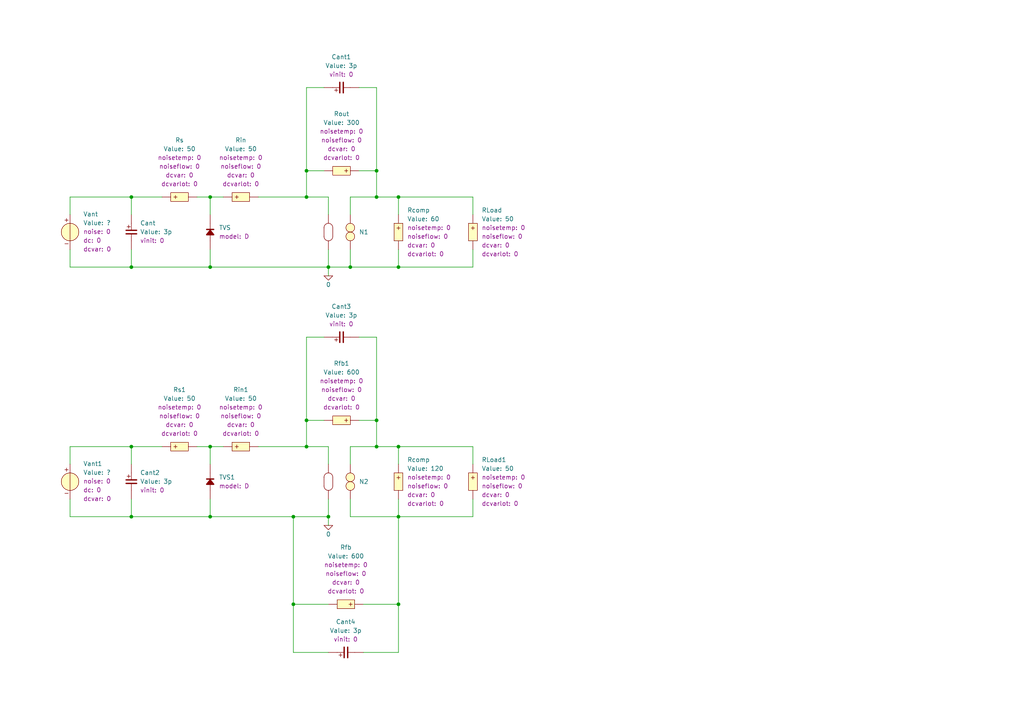
<source format=kicad_sch>
(kicad_sch (version 20250114) (generator "eeschema") (generator_version "9.0")
  (paper "A4")
  (lib_symbols
    (symbol "SLiCAP:C" (pin_numbers (hide yes)) (pin_names (offset 1.016) (hide yes))
      (property "Reference" "C?" (at 2.54 3.81 0))
      (property "Value" "?" (at 2.54 1.27 0) (show_name))
      (property "vinit" "0" (at 2.54 -1.27 0) (show_name))
      (symbol "C_0_0"
        (text "+" (at -0.762 1.651 0) (effects (font (size 1.27 1.27))))
      )
      (symbol "C_0_1"
        (polyline (pts (xy -1.524 0.508) (xy 1.524 0.508)) (stroke (width 0.381)))
        (polyline (pts (xy -1.524 -0.508) (xy 1.524 -0.508)) (stroke (width 0.381)))
        (polyline (pts (xy 0 2.54) (xy 0 0.508)))
        (polyline (pts (xy 0 -2.54) (xy 0 -0.508)))
      )
      (symbol "C_1_0"
        (pin passive line (at 0 5.08 270) (length 2.54) (name "1") (number "1"))
        (pin passive line (at 0 -5.08 90) (length 2.54) (name "2") (number "2"))
      )
    )
    (symbol "SLiCAP:D" (pin_numbers (hide yes)) (pin_names (offset 1.016) (hide yes))
      (property "Reference" "D?" (at 1.905 1.27 0))
      (property "model" "D" (at 1.905 -1.27 0) (show_name))
      (symbol "D_0_1"
        (polyline (pts (xy -1.016 -0.762) (xy 1.016 -0.762)) (stroke (width 0.381)))
        (polyline (pts (xy 0 2.54) (xy 0 0.762) (xy 0 1.016)))
        (polyline (pts (xy 0 -0.508) (xy -1.016 0.762) (xy 1.016 0.762) (xy 0 -0.508)) (stroke (width 0.381)) (fill (type outline)))
        (polyline (pts (xy 0 -2.54) (xy 0 -0.508)))
      )
      (symbol "D_1_0"
        (pin passive line (at 0 5.08 270) (length 2.54) (name "1") (number "1"))
        (pin passive line (at 0 -5.08 90) (length 2.54) (name "2") (number "2"))
      )
    )
    (symbol "SLiCAP:GND" (power) (pin_numbers (hide yes)) (pin_names (offset 0) (hide yes))
      (property "Value" "0" (at 0 -2.54 0))
      (symbol "GND_0_1"
        (polyline (pts (xy -1.27 0) (xy 0 -1.27) (xy 1.27 0) (xy -1.27 0)))
      )
      (symbol "GND_1_1"
        (pin power_in line (at 0 0 0) (length 0) (name "~") (number "1"))
      )
    )
    (symbol "SLiCAP:N" (pin_numbers (hide yes)) (pin_names (offset 0) (hide yes))
      (property "Reference" "N?" (at 1.905 0 0))
      (symbol "N_0_1"
        (polyline (pts (xy -7.62 1.27) (xy -7.62 -1.27)))
        (arc (start -5.08 -1.27) (mid -5.452 -2.168) (end -6.35 -2.54))
        (arc (start -6.3499 2.5401) (mid -5.4519 2.1681) (end -5.0799 1.2701))
        (arc (start -6.35 -2.54) (mid -7.248 -2.168) (end -7.62 -1.27))
        (arc (start -7.6199 1.2701) (mid -7.2479 2.1681) (end -6.3499 2.5401))
      )
      (symbol "N_1_0"
        (pin power_out line (at 0 5.08 270) (length 2.54) (name "outP") (number "1"))
        (pin power_out line (at 0 -5.08 90) (length 2.54) (name "outN") (number "2"))
      )
      (symbol "N_1_1"
        (polyline (pts (xy -5.08 1.27) (xy -5.08 -1.27)) (fill (type background)))
        (circle (center 0 1.27) (radius 1.27) (fill (type background)))
        (circle (center 0 -1.27) (radius 1.27) (fill (type background)))
        (pin input line (at -6.35 5.08 270) (length 2.54) (name "inp") (number "3"))
        (pin input line (at -6.35 -5.08 90) (length 2.54) (name "inN") (number "4"))
      )
    )
    (symbol "SLiCAP:R" (pin_numbers (hide yes)) (pin_names (offset 1.016) (hide yes))
      (property "Reference" "R?" (at 1.905 3.81 0))
      (property "Value" "?" (at 1.905 1.905 0) (show_name))
      (property "noisetemp" "0" (at 1.905 0 0) (show_name))
      (property "noiseflow" "0" (at 15.24 0 0) (show_name))
      (property "dcvar" "0" (at 1.905 -1.905 0) (show_name))
      (property "dcvarlot" "0" (at 15.24 -1.905 0) (show_name))
      (symbol "R_0_0"
        (text "+" (at 0 1.27 0) (effects (font (size 1.27 1.27))))
      )
      (symbol "R_1_0"
        (pin passive line (at 0 5.08 270) (length 2.54) (name "1") (number "1"))
        (pin passive line (at 0 -5.08 90) (length 2.54) (name "2") (number "2"))
      )
      (symbol "R_1_1"
        (rectangle (start -1.27 2.54) (end 1.27 -2.54) (fill (type background)))
      )
    )
    (symbol "SLiCAP:V" (pin_numbers (hide yes)) (pin_names (offset 0) (hide yes))
      (property "Reference" "V?" (at 3.175 4.445 0))
      (property "Value" "?" (at 3.175 2.54 0) (show_name))
      (property "noise" "0" (at 3.175 -3.175 0) (show_name))
      (property "dc" "0" (at 3.175 0.635 0) (show_name))
      (property "dcvar" "0" (at 3.175 -1.27 0) (show_name))
      (symbol "V_0_0"
        (text "+" (at -1.016 3.556 0) (effects (font (size 1.27 1.27))))
        (text "-" (at -1.016 -3.302 0) (effects (font (size 1.27 1.27))))
        (pin power_out line (at 0 5.08 270) (length 2.54) (name "p") (number "1"))
        (pin power_out line (at 0 -5.08 90) (length 2.54) (name "n") (number "2"))
      )
      (symbol "V_0_1"
        (polyline (pts (xy 0 2.54) (xy 0 -2.54)))
      )
      (symbol "V_1_0"
        (circle (center 0 0) (radius 2.54) (fill (type background)))
      )
    )
  )
  (junction (at 60.96 77.47))
  (junction (at 60.96 129.54))
  (junction (at 38.1 129.54))
  (junction (at 38.1 57.15))
  (junction (at 38.1 149.86))
  (junction (at 95.25 77.47))
  (junction (at 88.9 57.15))
  (junction (at 115.57 57.15))
  (junction (at 38.1 77.47))
  (junction (at 60.96 57.15))
  (junction (at 109.22 57.15))
  (junction (at 109.22 129.54))
  (junction (at 88.9 129.54))
  (junction (at 88.9 49.53))
  (junction (at 115.57 129.54))
  (junction (at 85.09 175.26))
  (junction (at 115.57 77.47))
  (junction (at 60.96 149.86))
  (junction (at 115.57 175.26))
  (junction (at 109.22 49.53))
  (junction (at 85.09 149.86))
  (junction (at 109.22 121.92))
  (junction (at 88.9 121.92))
  (junction (at 115.57 149.86))
  (junction (at 95.25 149.86))
  (junction (at 101.6 77.47))
  (wire (pts (xy 60.96 57.15) (xy 60.96 62.23)))
  (wire (pts (xy 101.6 129.54) (xy 109.22 129.54)))
  (wire (pts (xy 88.9 57.15) (xy 95.25 57.15)))
  (wire (pts (xy 95.25 57.15) (xy 95.25 62.23)))
  (wire (pts (xy 93.98 49.53) (xy 88.9 49.53)))
  (wire (pts (xy 109.22 129.54) (xy 115.57 129.54)))
  (wire (pts (xy 85.09 149.86) (xy 95.25 149.86)))
  (wire (pts (xy 38.1 129.54) (xy 38.1 134.62)))
  (wire (pts (xy 95.25 77.47) (xy 95.25 80.01)))
  (wire (pts (xy 60.96 149.86) (xy 85.09 149.86)))
  (wire (pts (xy 115.57 57.15) (xy 115.57 62.23)))
  (wire (pts (xy 137.16 72.39) (xy 137.16 77.47)))
  (wire (pts (xy 109.22 97.79) (xy 109.22 121.92)))
  (wire (pts (xy 105.41 175.26) (xy 115.57 175.26)))
  (wire (pts (xy 109.22 25.4) (xy 109.22 49.53)))
  (wire (pts (xy 85.09 189.23) (xy 85.09 175.26)))
  (wire (pts (xy 38.1 129.54) (xy 46.99 129.54)))
  (wire (pts (xy 95.25 129.54) (xy 95.25 134.62)))
  (wire (pts (xy 60.96 77.47) (xy 95.25 77.47)))
  (wire (pts (xy 109.22 49.53) (xy 109.22 57.15)))
  (wire (pts (xy 115.57 129.54) (xy 137.16 129.54)))
  (wire (pts (xy 115.57 129.54) (xy 115.57 134.62)))
  (wire (pts (xy 88.9 97.79) (xy 88.9 121.92)))
  (wire (pts (xy 38.1 144.78) (xy 38.1 149.86)))
  (wire (pts (xy 115.57 175.26) (xy 115.57 149.86)))
  (wire (pts (xy 109.22 57.15) (xy 115.57 57.15)))
  (wire (pts (xy 137.16 62.23) (xy 137.16 57.15)))
  (wire (pts (xy 60.96 144.78) (xy 60.96 149.86)))
  (wire (pts (xy 38.1 149.86) (xy 60.96 149.86)))
  (wire (pts (xy 20.32 77.47) (xy 38.1 77.47)))
  (wire (pts (xy 93.98 97.79) (xy 88.9 97.79)))
  (wire (pts (xy 101.6 57.15) (xy 109.22 57.15)))
  (wire (pts (xy 38.1 57.15) (xy 46.99 57.15)))
  (wire (pts (xy 95.25 149.86) (xy 95.25 152.4)))
  (wire (pts (xy 38.1 57.15) (xy 38.1 62.23)))
  (wire (pts (xy 101.6 62.23) (xy 101.6 57.15)))
  (wire (pts (xy 20.32 144.78) (xy 20.32 149.86)))
  (wire (pts (xy 88.9 121.92) (xy 88.9 129.54)))
  (wire (pts (xy 115.57 149.86) (xy 101.6 149.86)))
  (wire (pts (xy 20.32 134.62) (xy 20.32 129.54)))
  (wire (pts (xy 115.57 149.86) (xy 137.16 149.86)))
  (wire (pts (xy 95.25 175.26) (xy 85.09 175.26)))
  (wire (pts (xy 101.6 72.39) (xy 101.6 77.47)))
  (wire (pts (xy 115.57 77.47) (xy 101.6 77.47)))
  (wire (pts (xy 60.96 72.39) (xy 60.96 77.47)))
  (wire (pts (xy 137.16 144.78) (xy 137.16 149.86)))
  (wire (pts (xy 105.41 189.23) (xy 115.57 189.23)))
  (wire (pts (xy 38.1 77.47) (xy 60.96 77.47)))
  (wire (pts (xy 109.22 121.92) (xy 109.22 129.54)))
  (wire (pts (xy 20.32 149.86) (xy 38.1 149.86)))
  (wire (pts (xy 95.25 189.23) (xy 85.09 189.23)))
  (wire (pts (xy 88.9 49.53) (xy 88.9 57.15)))
  (wire (pts (xy 60.96 57.15) (xy 64.77 57.15)))
  (wire (pts (xy 74.93 129.54) (xy 88.9 129.54)))
  (wire (pts (xy 85.09 175.26) (xy 85.09 149.86)))
  (wire (pts (xy 20.32 72.39) (xy 20.32 77.47)))
  (wire (pts (xy 104.14 49.53) (xy 109.22 49.53)))
  (wire (pts (xy 137.16 77.47) (xy 115.57 77.47)))
  (wire (pts (xy 20.32 62.23) (xy 20.32 57.15)))
  (wire (pts (xy 38.1 72.39) (xy 38.1 77.47)))
  (wire (pts (xy 57.15 57.15) (xy 60.96 57.15)))
  (wire (pts (xy 60.96 129.54) (xy 60.96 134.62)))
  (wire (pts (xy 60.96 129.54) (xy 64.77 129.54)))
  (wire (pts (xy 93.98 121.92) (xy 88.9 121.92)))
  (wire (pts (xy 101.6 144.78) (xy 101.6 149.86)))
  (wire (pts (xy 93.98 25.4) (xy 88.9 25.4)))
  (wire (pts (xy 101.6 77.47) (xy 95.25 77.47)))
  (wire (pts (xy 20.32 129.54) (xy 38.1 129.54)))
  (wire (pts (xy 104.14 121.92) (xy 109.22 121.92)))
  (wire (pts (xy 95.25 72.39) (xy 95.25 77.47)))
  (wire (pts (xy 95.25 144.78) (xy 95.25 149.86)))
  (wire (pts (xy 137.16 134.62) (xy 137.16 129.54)))
  (wire (pts (xy 88.9 25.4) (xy 88.9 49.53)))
  (wire (pts (xy 104.14 97.79) (xy 109.22 97.79)))
  (wire (pts (xy 115.57 189.23) (xy 115.57 175.26)))
  (wire (pts (xy 20.32 57.15) (xy 38.1 57.15)))
  (wire (pts (xy 115.57 57.15) (xy 137.16 57.15)))
  (wire (pts (xy 101.6 134.62) (xy 101.6 129.54)))
  (wire (pts (xy 74.93 57.15) (xy 88.9 57.15)))
  (wire (pts (xy 115.57 144.78) (xy 115.57 149.86)))
  (wire (pts (xy 104.14 25.4) (xy 109.22 25.4)))
  (wire (pts (xy 88.9 129.54) (xy 95.25 129.54)))
  (wire (pts (xy 115.57 72.39) (xy 115.57 77.47)))
  (wire (pts (xy 57.15 129.54) (xy 60.96 129.54)))
  (symbol (lib_id "SLiCAP:C") (at 38.1 67.31 0) (unit 1)
    (property "Reference" "Cant" (at 40.64 64.7036 0) (effects (justify left)))
    (property "Value" "3p" (at 40.64 67.2436 0) (show_name yes) (effects (justify left)))
    (property "Description" "Capacitor" (effects (hide yes)))
    (property "model" "C" (effects (hide yes)))
    (property "vinit" "0" (at 40.64 69.7836 0) (show_name yes) (effects (justify left)))
  )
  (symbol (lib_id "SLiCAP:GND") (at 95.25 152.4 0) (unit 1)
    (property "Reference" "#02" (effects (hide yes)))
    (property "Value" "0" (at 95.25 154.94 0))
    (property "Description" "0V reference potential" (effects (hide yes)))
  )
  (symbol (lib_id "SLiCAP:C") (at 100.33 189.23 90) (unit 1)
    (property "Reference" "Cant4" (at 100.2637 180.34 90))
    (property "Value" "3p" (at 100.2637 182.88 90) (show_name yes))
    (property "Description" "Capacitor" (effects (hide yes)))
    (property "model" "C" (effects (hide yes)))
    (property "vinit" "0" (at 100.2637 185.42 90) (show_name yes))
  )
  (symbol (lib_id "SLiCAP:C") (at 99.06 25.4 90) (unit 1)
    (property "Reference" "Cant1" (at 98.9937 16.51 90))
    (property "Value" "3p" (at 98.9937 19.05 90) (show_name yes))
    (property "Description" "Capacitor" (effects (hide yes)))
    (property "model" "C" (effects (hide yes)))
    (property "vinit" "0" (at 98.9937 21.59 90) (show_name yes))
  )
  (symbol (lib_id "SLiCAP:C") (at 99.06 97.79 90) (unit 1)
    (property "Reference" "Cant3" (at 98.9937 88.9 90))
    (property "Value" "3p" (at 98.9937 91.44 90) (show_name yes))
    (property "Description" "Capacitor" (effects (hide yes)))
    (property "model" "C" (effects (hide yes)))
    (property "vinit" "0" (at 98.9937 93.98 90) (show_name yes))
  )
  (symbol (lib_id "SLiCAP:D") (at 60.96 67.31 180) (unit 1)
    (property "Reference" "TVS" (at 63.5 66.0399 0) (effects (justify right)))
    (property "Description" "Diode (small-signal model)" (effects (hide yes)))
    (property "model" "D" (at 63.5 68.5799 0) (show_name yes) (effects (justify right)))
  )
  (symbol (lib_id "SLiCAP:R") (at 99.06 121.92 270) (unit 1)
    (property "Reference" "Rfb1" (at 99.06 105.41 90))
    (property "Value" "600" (at 99.06 107.95 90) (show_name yes))
    (property "Description" "Resistor (cannot have zero resistance)" (effects (hide yes)))
    (property "model" "R" (effects (hide yes)))
    (property "noisetemp" "0" (at 99.06 110.49 90) (show_name yes))
    (property "noiseflow" "0" (at 99.06 113.03 90) (show_name yes))
    (property "dcvar" "0" (at 99.06 115.57 90) (show_name yes))
    (property "dcvarlot" "0" (at 99.06 118.11 90) (show_name yes))
  )
  (symbol (lib_id "SLiCAP:R") (at 100.33 175.26 270) (unit 1)
    (property "Reference" "Rfb" (at 100.33 158.75 90))
    (property "Value" "600" (at 100.33 161.29 90) (show_name yes))
    (property "Description" "Resistor (cannot have zero resistance)" (effects (hide yes)))
    (property "model" "R" (effects (hide yes)))
    (property "noisetemp" "0" (at 100.33 163.83 90) (show_name yes))
    (property "noiseflow" "0" (at 100.33 166.37 90) (show_name yes))
    (property "dcvar" "0" (at 100.33 168.91 90) (show_name yes))
    (property "dcvarlot" "0" (at 100.33 171.45 90) (show_name yes))
  )
  (symbol (lib_id "SLiCAP:N") (at 101.6 67.31 0) (unit 1)
    (property "Reference" "N1" (at 104.14 67.3098 0) (effects (justify left)))
    (property "Description" "Nullor" (effects (hide yes)))
    (property "model" "N" (effects (hide yes)))
  )
  (symbol (lib_id "SLiCAP:V") (at 20.32 67.31 0) (unit 1)
    (property "Reference" "Vant" (at 24.13 62.1029 0) (effects (justify left)))
    (property "Value" "?" (at 24.13 64.6429 0) (show_name yes) (effects (justify left)))
    (property "Description" "Independent voltage source" (effects (hide yes)))
    (property "noise" "0" (at 24.13 67.1829 0) (show_name yes) (effects (justify left)))
    (property "dc" "0" (at 24.13 69.7229 0) (show_name yes) (effects (justify left)))
    (property "dcvar" "0" (at 24.13 72.2629 0) (show_name yes) (effects (justify left)))
    (property "model" "V" (effects (hide yes)))
  )
  (symbol (lib_id "SLiCAP:R") (at 115.57 67.31 0) (unit 1)
    (property "Reference" "Rcomp" (at 118.11 60.9599 0) (effects (justify left)))
    (property "Value" "60" (at 118.11 63.4999 0) (show_name yes) (effects (justify left)))
    (property "Description" "Resistor (cannot have zero resistance)" (effects (hide yes)))
    (property "model" "R" (effects (hide yes)))
    (property "noisetemp" "0" (at 118.11 66.0399 0) (show_name yes) (effects (justify left)))
    (property "noiseflow" "0" (at 118.11 68.5799 0) (show_name yes) (effects (justify left)))
    (property "dcvar" "0" (at 118.11 71.1199 0) (show_name yes) (effects (justify left)))
    (property "dcvarlot" "0" (at 118.11 73.6599 0) (show_name yes) (effects (justify left)))
  )
  (symbol (lib_id "SLiCAP:V") (at 20.32 139.7 0) (unit 1)
    (property "Reference" "Vant1" (at 24.13 134.4929 0) (effects (justify left)))
    (property "Value" "?" (at 24.13 137.0329 0) (show_name yes) (effects (justify left)))
    (property "Description" "Independent voltage source" (effects (hide yes)))
    (property "noise" "0" (at 24.13 139.5729 0) (show_name yes) (effects (justify left)))
    (property "dc" "0" (at 24.13 142.1129 0) (show_name yes) (effects (justify left)))
    (property "dcvar" "0" (at 24.13 144.6529 0) (show_name yes) (effects (justify left)))
    (property "model" "V" (effects (hide yes)))
  )
  (symbol (lib_id "SLiCAP:R") (at 99.06 49.53 270) (unit 1)
    (property "Reference" "Rout" (at 99.06 33.02 90))
    (property "Value" "300" (at 99.06 35.56 90) (show_name yes))
    (property "Description" "Resistor (cannot have zero resistance)" (effects (hide yes)))
    (property "model" "R" (effects (hide yes)))
    (property "noisetemp" "0" (at 99.06 38.1 90) (show_name yes))
    (property "noiseflow" "0" (at 99.06 40.64 90) (show_name yes))
    (property "dcvar" "0" (at 99.06 43.18 90) (show_name yes))
    (property "dcvarlot" "0" (at 99.06 45.72 90) (show_name yes))
  )
  (symbol (lib_id "SLiCAP:GND") (at 95.25 80.01 0) (unit 1)
    (property "Reference" "#01" (effects (hide yes)))
    (property "Value" "0" (at 95.25 82.55 0))
    (property "Description" "0V reference potential" (effects (hide yes)))
  )
  (symbol (lib_id "SLiCAP:R") (at 69.85 57.15 90) (unit 1)
    (property "Reference" "Rin" (at 69.85 40.64 90))
    (property "Value" "50" (at 69.85 43.18 90) (show_name yes))
    (property "Description" "Resistor (cannot have zero resistance)" (effects (hide yes)))
    (property "model" "R" (effects (hide yes)))
    (property "noisetemp" "0" (at 69.85 45.72 90) (show_name yes))
    (property "noiseflow" "0" (at 69.85 48.26 90) (show_name yes))
    (property "dcvar" "0" (at 69.85 50.8 90) (show_name yes))
    (property "dcvarlot" "0" (at 69.85 53.34 90) (show_name yes))
  )
  (symbol (lib_id "SLiCAP:N") (at 101.6 139.7 0) (unit 1)
    (property "Reference" "N2" (at 104.14 139.6998 0) (effects (justify left)))
    (property "Description" "Nullor" (effects (hide yes)))
    (property "model" "N" (effects (hide yes)))
  )
  (symbol (lib_id "SLiCAP:R") (at 137.16 67.31 0) (unit 1)
    (property "Reference" "RLoad" (at 139.7 60.9599 0) (effects (justify left)))
    (property "Value" "50" (at 139.7 63.4999 0) (show_name yes) (effects (justify left)))
    (property "Description" "Resistor (cannot have zero resistance)" (effects (hide yes)))
    (property "model" "R" (effects (hide yes)))
    (property "noisetemp" "0" (at 139.7 66.0399 0) (show_name yes) (effects (justify left)))
    (property "noiseflow" "0" (at 139.7 68.5799 0) (show_name yes) (effects (justify left)))
    (property "dcvar" "0" (at 139.7 71.1199 0) (show_name yes) (effects (justify left)))
    (property "dcvarlot" "0" (at 139.7 73.6599 0) (show_name yes) (effects (justify left)))
  )
  (symbol (lib_id "SLiCAP:R") (at 52.07 129.54 90) (unit 1)
    (property "Reference" "Rs1" (at 52.07 113.03 90))
    (property "Value" "50" (at 52.07 115.57 90) (show_name yes))
    (property "Description" "Resistor (cannot have zero resistance)" (effects (hide yes)))
    (property "model" "R" (effects (hide yes)))
    (property "noisetemp" "0" (at 52.07 118.11 90) (show_name yes))
    (property "noiseflow" "0" (at 52.07 120.65 90) (show_name yes))
    (property "dcvar" "0" (at 52.07 123.19 90) (show_name yes))
    (property "dcvarlot" "0" (at 52.07 125.73 90) (show_name yes))
  )
  (symbol (lib_id "SLiCAP:R") (at 115.57 139.7 0) (unit 1)
    (property "Reference" "Rcomp" (at 118.11 133.3499 0) (effects (justify left)))
    (property "Value" "120" (at 118.11 135.8899 0) (show_name yes) (effects (justify left)))
    (property "Description" "Resistor (cannot have zero resistance)" (effects (hide yes)))
    (property "model" "R" (effects (hide yes)))
    (property "noisetemp" "0" (at 118.11 138.4299 0) (show_name yes) (effects (justify left)))
    (property "noiseflow" "0" (at 118.11 140.9699 0) (show_name yes) (effects (justify left)))
    (property "dcvar" "0" (at 118.11 143.5099 0) (show_name yes) (effects (justify left)))
    (property "dcvarlot" "0" (at 118.11 146.0499 0) (show_name yes) (effects (justify left)))
  )
  (symbol (lib_id "SLiCAP:R") (at 69.85 129.54 90) (unit 1)
    (property "Reference" "Rin1" (at 69.85 113.03 90))
    (property "Value" "50" (at 69.85 115.57 90) (show_name yes))
    (property "Description" "Resistor (cannot have zero resistance)" (effects (hide yes)))
    (property "model" "R" (effects (hide yes)))
    (property "noisetemp" "0" (at 69.85 118.11 90) (show_name yes))
    (property "noiseflow" "0" (at 69.85 120.65 90) (show_name yes))
    (property "dcvar" "0" (at 69.85 123.19 90) (show_name yes))
    (property "dcvarlot" "0" (at 69.85 125.73 90) (show_name yes))
  )
  (symbol (lib_id "SLiCAP:D") (at 60.96 139.7 180) (unit 1)
    (property "Reference" "TVS1" (at 63.5 138.4299 0) (effects (justify right)))
    (property "Description" "Diode (small-signal model)" (effects (hide yes)))
    (property "model" "D" (at 63.5 140.9699 0) (show_name yes) (effects (justify right)))
  )
  (symbol (lib_id "SLiCAP:R") (at 137.16 139.7 0) (unit 1)
    (property "Reference" "RLoad1" (at 139.7 133.3499 0) (effects (justify left)))
    (property "Value" "50" (at 139.7 135.8899 0) (show_name yes) (effects (justify left)))
    (property "Description" "Resistor (cannot have zero resistance)" (effects (hide yes)))
    (property "model" "R" (effects (hide yes)))
    (property "noisetemp" "0" (at 139.7 138.4299 0) (show_name yes) (effects (justify left)))
    (property "noiseflow" "0" (at 139.7 140.9699 0) (show_name yes) (effects (justify left)))
    (property "dcvar" "0" (at 139.7 143.5099 0) (show_name yes) (effects (justify left)))
    (property "dcvarlot" "0" (at 139.7 146.0499 0) (show_name yes) (effects (justify left)))
  )
  (symbol (lib_id "SLiCAP:C") (at 38.1 139.7 0) (unit 1)
    (property "Reference" "Cant2" (at 40.64 137.0936 0) (effects (justify left)))
    (property "Value" "3p" (at 40.64 139.6336 0) (show_name yes) (effects (justify left)))
    (property "Description" "Capacitor" (effects (hide yes)))
    (property "model" "C" (effects (hide yes)))
    (property "vinit" "0" (at 40.64 142.1736 0) (show_name yes) (effects (justify left)))
  )
  (symbol (lib_id "SLiCAP:R") (at 52.07 57.15 90) (unit 1)
    (property "Reference" "Rs" (at 52.07 40.64 90))
    (property "Value" "50" (at 52.07 43.18 90) (show_name yes))
    (property "Description" "Resistor (cannot have zero resistance)" (effects (hide yes)))
    (property "model" "R" (effects (hide yes)))
    (property "noisetemp" "0" (at 52.07 45.72 90) (show_name yes))
    (property "noiseflow" "0" (at 52.07 48.26 90) (show_name yes))
    (property "dcvar" "0" (at 52.07 50.8 90) (show_name yes))
    (property "dcvarlot" "0" (at 52.07 53.34 90) (show_name yes))
  )
)
</source>
